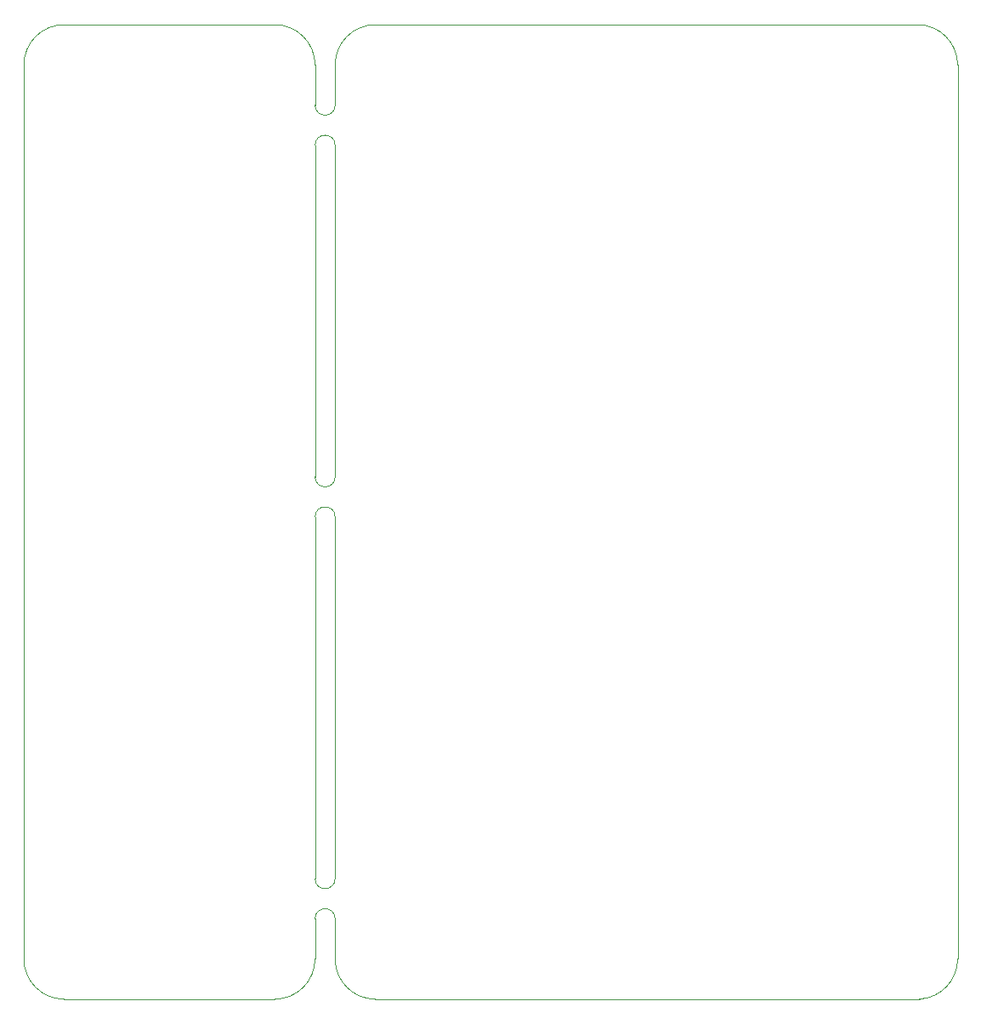
<source format=gm1>
G04 #@! TF.GenerationSoftware,KiCad,Pcbnew,6.0.11-2627ca5db0~126~ubuntu22.04.1*
G04 #@! TF.CreationDate,2024-03-16T21:36:39-04:00*
G04 #@! TF.ProjectId,board,626f6172-642e-46b6-9963-61645f706362,rev?*
G04 #@! TF.SameCoordinates,Original*
G04 #@! TF.FileFunction,Profile,NP*
%FSLAX46Y46*%
G04 Gerber Fmt 4.6, Leading zero omitted, Abs format (unit mm)*
G04 Created by KiCad (PCBNEW 6.0.11-2627ca5db0~126~ubuntu22.04.1) date 2024-03-16 21:36:39*
%MOMM*%
%LPD*%
G01*
G04 APERTURE LIST*
G04 #@! TA.AperFunction,Profile*
%ADD10C,0.100000*%
G04 #@! TD*
G04 APERTURE END LIST*
D10*
X102000000Y-136000000D02*
X102000000Y-47000000D01*
X131000000Y-136000000D02*
X131000000Y-132000000D01*
X195000000Y-136000000D02*
X195000000Y-47000000D01*
X131000000Y-88000000D02*
G75*
G03*
X133000000Y-88000000I1000000J0D01*
G01*
X137000000Y-43000000D02*
G75*
G03*
X133000000Y-47000000I0J-4000000D01*
G01*
X133000000Y-55000000D02*
X133000000Y-88000000D01*
X133000000Y-55000000D02*
G75*
G03*
X131000000Y-55000000I-1000000J0D01*
G01*
X191200002Y-140000035D02*
G75*
G03*
X195000000Y-136000000I-205302J4000035D01*
G01*
X106000000Y-43000000D02*
G75*
G03*
X102000000Y-47000000I0J-4000000D01*
G01*
X191000000Y-43000000D02*
X137000000Y-43000000D01*
X102000000Y-136000000D02*
G75*
G03*
X106000000Y-140000000I4000000J0D01*
G01*
X131000000Y-47000000D02*
X131000000Y-51000000D01*
X133000000Y-92000000D02*
G75*
G03*
X131000000Y-92000000I-1000000J0D01*
G01*
X127000000Y-140000000D02*
X106000000Y-140000000D01*
X131000000Y-92000000D02*
X131000000Y-128000000D01*
X133000000Y-136000000D02*
X133000000Y-132000000D01*
X133000000Y-132000000D02*
G75*
G03*
X131000000Y-132000000I-1000000J0D01*
G01*
X131000000Y-51000000D02*
G75*
G03*
X133000000Y-51000000I1000000J0D01*
G01*
X133000000Y-92000000D02*
X133000000Y-128000000D01*
X133000000Y-47000000D02*
X133000000Y-51000000D01*
X106000000Y-43000000D02*
X127000000Y-43000000D01*
X133000000Y-136000000D02*
G75*
G03*
X137000000Y-140000000I4000000J0D01*
G01*
X131000000Y-88000000D02*
X131000000Y-55000000D01*
X127000000Y-140000000D02*
G75*
G03*
X131000000Y-136000000I0J4000000D01*
G01*
X131000000Y-128000000D02*
G75*
G03*
X133000000Y-128000000I1000000J0D01*
G01*
X137000000Y-140000000D02*
X191200000Y-140000000D01*
X131000000Y-47000000D02*
G75*
G03*
X127000000Y-43000000I-4000000J0D01*
G01*
X195000000Y-47000000D02*
G75*
G03*
X191000000Y-43000000I-4000000J0D01*
G01*
M02*

</source>
